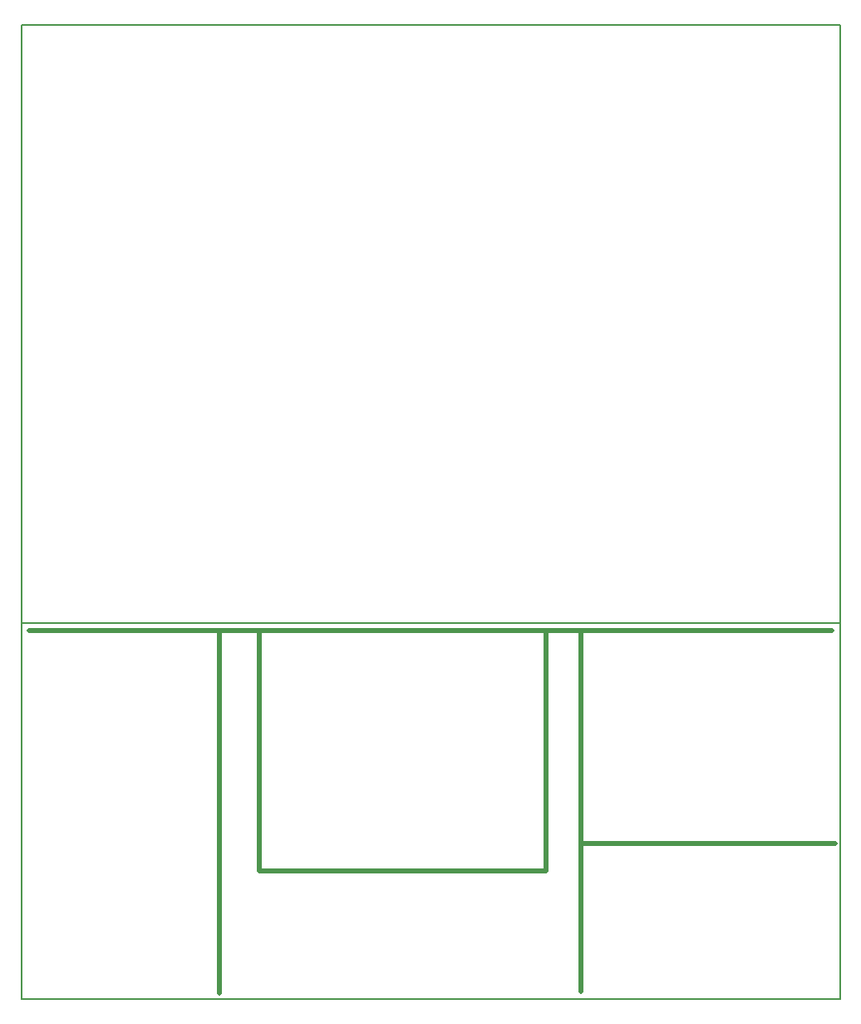
<source format=gbr>
%TF.GenerationSoftware,KiCad,Pcbnew,5.0.0-fee4fd1~66~ubuntu18.04.1*%
%TF.CreationDate,2019-06-24T19:08:59-03:00*%
%TF.ProjectId,Placa tesis,506C6163612074657369732E6B696361,rev?*%
%TF.SameCoordinates,Original*%
%TF.FileFunction,Legend,Bot*%
%TF.FilePolarity,Positive*%
%FSLAX46Y46*%
G04 Gerber Fmt 4.6, Leading zero omitted, Abs format (unit mm)*
G04 Created by KiCad (PCBNEW 5.0.0-fee4fd1~66~ubuntu18.04.1) date Mon Jun 24 19:08:59 2019*
%MOMM*%
%LPD*%
G01*
G04 APERTURE LIST*
%ADD10C,0.500000*%
%ADD11C,0.150000*%
G04 APERTURE END LIST*
D10*
X94742000Y-102616000D02*
X94742000Y-127127000D01*
X123952000Y-102616000D02*
X123952000Y-127127000D01*
X90678000Y-102616000D02*
X90678000Y-139560300D01*
X127508000Y-124333000D02*
X153416000Y-124333000D01*
X71247000Y-102616000D02*
X153035000Y-102616000D01*
X127508000Y-102616000D02*
X127508000Y-139407900D01*
X123952000Y-127127000D02*
X94742000Y-127127000D01*
D11*
X70485000Y-140119100D02*
X153924000Y-140119100D01*
X70485000Y-101854000D02*
X153924000Y-101854000D01*
X153924000Y-41021000D02*
X153924000Y-140119100D01*
X70485000Y-41021000D02*
X70485000Y-140119100D01*
X70485000Y-41021000D02*
X153924000Y-41021000D01*
M02*

</source>
